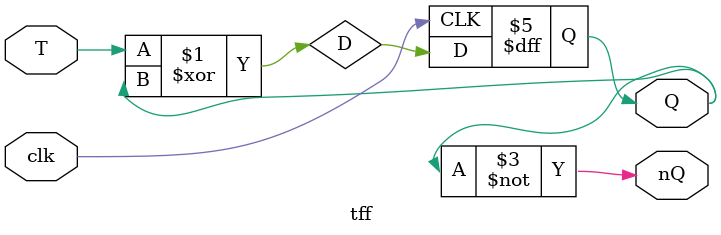
<source format=v>

module tff (
    input  wire clk,     // btnC
    input  wire T,       // sw[3]
    output reg  Q,       // led[4]
    output wire nQ       // led[5]
);
    wire D = T ^ Q;

    initial Q = 1'b0;
    always @(posedge clk) begin
        Q <= D;
    end

    assign nQ = ~Q;
endmodule

</source>
